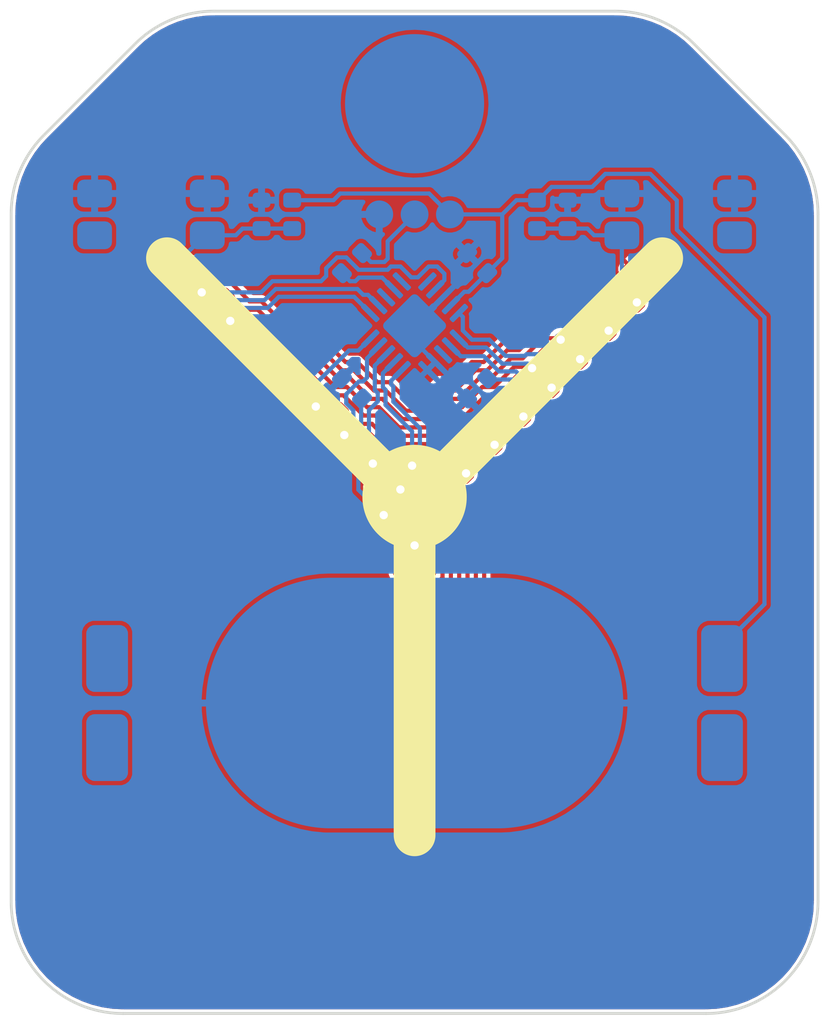
<source format=kicad_pcb>
(kicad_pcb (version 20211014) (generator pcbnew)
  (title_block (title "Flux Capacitor Micro") (date "2022-07-08") (rev "3.0B") (company "Curious Design Labs | Hojadurdy Durdygylyjov") (comment 1 "Micro version of Flux Capacitor from the movie Back to the Future") (comment 2 "CC BY-NC-SA 4.0"))
  (layers (0 "F.Cu" signal) (31 "B.Cu" signal) (34 "B.Paste" user) (35 "F.Paste" user) (36 "B.SilkS" user "B.Silkscreen") (37 "F.SilkS" user "F.Silkscreen") (38 "B.Mask" user) (39 "F.Mask" user) (44 "Edge.Cuts" user))
  (net 0 "")
  (net 1 "BATT")
  (net 2 "GND")
  (net 3 "BTN_PWR")
  (net 4 "BTN_SET")
  (net 5 "CLR")
  (net 6 "LED1")
  (net 7 "LED2")
  (net 8 "LED3")
  (net 9 "LED4")
  (net 10 "LED5")
  (net 11 "LED6")
  (net 12 "LED7")
  (net 13 "LED8")
  (net 14 "UPDI")
  (net 17 "Net-(U1-Pad19)")
  (net 18 "Net-(D1-Pad1)")
  (net 19 "LED9")
  (footprint "HDMod_LED_SMD:LED_0402_1005Metric" (layer "F.Cu") (at 158.75 93.4 -45)
    (fp_text reference "D36" hide)
    (fp_text value "TR6" hide)
  )
  (footprint "HDMod_LED_SMD:LED_0402_1005Metric" (layer "F.Cu") (at 153.675 94.425 45)
    (fp_text reference "D17" hide)
    (fp_text value "TL7" hide)
  )
  (footprint "HDMod_LED_SMD:LED_0402_1005Metric" (layer "F.Cu") (at 149.575 90.325 45)
    (fp_text reference "D13" hide)
    (fp_text value "TL3" hide)
  )
  (footprint "LOGO" (layer "F.Cu") (at 155.7 110.65 90)
    (fp_text reference "G***" hide)
    (fp_text value "LOGO" hide)
  )
  (footprint "HDMod_LED_SMD:LED_0402_1005Metric" (layer "F.Cu") (at 155.7 101.6)
    (fp_text reference "D25" hide)
    (fp_text value "BM5" hide)
  )
  (footprint "HDMod_LED_SMD:LED_0402_1005Metric" (layer "F.Cu") (at 157.725 94.425 -45)
    (fp_text reference "D37" hide)
    (fp_text value "TR7" hide)
  )
  (footprint "HDMod_LED_SMD:LED_0402_1005Metric" (layer "F.Cu") (at 155.7 96.175 90)
    (fp_text reference "D1" hide)
    (fp_text value "Flash" hide)
  )
  (footprint "HDMod_LED_SMD:LED_0402_1005Metric" (layer "F.Cu") (at 155.7 98.7)
    (fp_text reference "D27" hide)
    (fp_text value "BM7" hide)
  )
  (footprint "HDMod_LED_SMD:LED_0402_1005Metric" (layer "F.Cu") (at 155.7 107.4)
    (fp_text reference "D21" hide)
    (fp_text value "BM1" hide)
  )
  (footprint "LOGO" (layer "F.Cu") (at 145.225 85.975)
    (fp_text reference "G***" hide)
    (fp_text value "LOGO" hide)
  )
  (footprint "HDMod_LED_SMD:LED_0402_1005Metric" (layer "F.Cu") (at 152.65 93.4 45)
    (fp_text reference "D16" hide)
    (fp_text value "TL6" hide)
  )
  (footprint "HDMod_LED_SMD:LED_0402_1005Metric" (layer "F.Cu") (at 154.7 95.45 45)
    (fp_text reference "D18" hide)
    (fp_text value "TL8" hide)
  )
  (footprint "HDMod_LED_SMD:LED_0402_1005Metric" (layer "F.Cu") (at 147.525 88.275 45)
    (fp_text reference "D11" hide)
    (fp_text value "TL1" hide)
  )
  (footprint "HDMod_LED_SMD:LED_0402_1005Metric" (layer "F.Cu") (at 163.875 88.275 -45)
    (fp_text reference "D31" hide)
    (fp_text value "TR1" hide)
  )
  (footprint "HDMod_LED_SMD:LED_0402_1005Metric" (layer "F.Cu") (at 151.625 92.375 45)
    (fp_text reference "D15" hide)
    (fp_text value "TL5" hide)
  )
  (footprint "HDMod_LED_SMD:LED_0402_1005Metric" (layer "F.Cu") (at 155.7 104.5)
    (fp_text reference "D23" hide)
    (fp_text value "BM3" hide)
  )
  (footprint "HDMod_LED_SMD:LED_0402_1005Metric" (layer "F.Cu") (at 156.7 95.45 -45)
    (fp_text reference "D38" hide)
    (fp_text value "TR8" hide)
  )
  (footprint "HDMod_LED_SMD:LED_0402_1005Metric" (layer "F.Cu") (at 155.7 105.95)
    (fp_text reference "D22" hide)
    (fp_text value "BM2" hide)
  )
  (footprint "kibuzzard-63026A3F" (layer "F.Cu") (at 155.7 81.45)
    (fp_text reference "kibuzzard-63026A3F" hide)
    (fp_text value "G***" hide)
  )
  (footprint "HDMod_LED_SMD:LED_0402_1005Metric" (layer "F.Cu") (at 155.7 97.25)
    (fp_text reference "D28" hide)
    (fp_text value "BM8" hide)
  )
  (footprint "LOGO" (layer "F.Cu") (at 166.175 85.975)
    (fp_text reference "G***" hide)
    (fp_text value "LOGO" hide)
  )
  (footprint "HDMod_LED_SMD:LED_0402_1005Metric" (layer "F.Cu") (at 160.8 91.35 -45)
    (fp_text reference "D34" hide)
    (fp_text value "TR4" hide)
  )
  (footprint "svg2mod" (layer "F.Cu") (at 155.7 84.27)
    (fp_text reference "svg2mod" hide)
    (fp_text value "G***" hide)
  )
  (footprint "HDMod_LED_SMD:LED_0402_1005Metric" (layer "F.Cu") (at 161.825 90.325 -45)
    (fp_text reference "D33" hide)
    (fp_text value "TR3" hide)
  )
  (footprint "HDMod_LED_SMD:LED_0402_1005Metric" (layer "F.Cu") (at 159.775 92.375 -45)
    (fp_text reference "D35" hide)
    (fp_text value "TR5" hide)
  )
  (footprint "HDMod_LED_SMD:LED_0402_1005Metric" (layer "F.Cu") (at 150.6 91.35 45)
    (fp_text reference "D14" hide)
    (fp_text value "TL4" hide)
  )
  (footprint "HDMod_LED_SMD:LED_0402_1005Metric" (layer "F.Cu") (at 155.7 100.15)
    (fp_text reference "D26" hide)
    (fp_text value "BM6" hide)
  )
  (footprint "HDMod_LED_SMD:LED_0402_1005Metric" (layer "F.Cu") (at 148.55 89.3 45)
    (fp_text reference "D12" hide)
    (fp_text value "TL2" hide)
  )
  (footprint "HDMod_LED_SMD:LED_0402_1005Metric" (layer "F.Cu") (at 155.7 103.05)
    (fp_text reference "D24" hide)
    (fp_text value "BM4" hide)
  )
  (footprint "HDMod_LED_SMD:LED_0402_1005Metric" (layer "F.Cu") (at 162.85 89.3 -45)
    (fp_text reference "D32" hide)
    (fp_text value "TR2" hide)
  )
  (footprint "HDMod_Testing_and_Programming_PAD:PogoPad_1x03_P1.27mm" (layer "B.Cu") (at 155.7 85.975 180)
    (fp_text reference "J1" hide)
    (fp_text value "UPDI_PAD" hide)
  )
  (footprint "HDMod_Resistor_SMD:R_0402_1005Metric" (layer "B.Cu") (at 151.3 85.975 -90)
    (fp_text reference "R3" hide)
    (fp_text value "10K" hide)
  )
  (footprint "HDMod_Switch_SMD:K2-1809SN-D4DW-06" (layer "B.Cu") (at 165.175 85.975 180)
    (fp_text reference "SW1" hide)
    (fp_text value "On/Off")
  )
  (footprint "HDMod_Battery_Holder_SMD:MY-2016-02" (layer "B.Cu") (at 155.7 103.525 180)
    (fp_text reference "BT1")
    (fp_text value "CR2032")
  )
  (footprint "TestPoint:TestPoint_Pad_1.0x1.0mm" (layer "B.Cu") (at 155.7 82 180)
    (fp_text reference "REF**" hide)
    (fp_text value "TestPoint_Pad_1.0x1.0mm" hide)
  )
  (footprint "LOGO" (layer "B.Cu") (at 165.175 92.875 180)
    (fp_text reference "G***" hide)
    (fp_text value "LOGO" hide)
  )
  (footprint "HDMod_Resistor_SMD:R_0402_1005Metric" (layer "B.Cu") (at 153.45 92.225 135)
    (fp_text reference "R1" hide)
    (fp_text value "510" hide)
  )
  (footprint "HDMod_Resistor_SMD:R_0402_1005Metric" (layer "B.Cu") (at 160.1 85.975 -90)
    (fp_text reference "R2" hide)
    (fp_text value "10K" hide)
  )
  (footprint "HDMod_Switch_SMD:K2-1809SN-D4DW-06" (layer "B.Cu") (at 146.225 85.975 180)
    (fp_text reference "SW2" hide)
    (fp_text value "Set")
  )
  (footprint "HDMod_Resistor_SMD:R_0402_1005Metric" (layer "B.Cu") (at 157.95 92.225 -135)
    (fp_text reference "R4" hide)
    (fp_text value "510" hide)
  )
  (footprint "LOGO" (layer "B.Cu") (at 146.225 82.975 180)
    (fp_text reference "G***" hide)
    (fp_text value "LOGO" hide)
  )
  (footprint "LOGO" (layer "B.Cu") (at 165.175 82.975 180)
    (fp_text reference "G***" hide)
    (fp_text value "LOGO" hide)
  )
  (footprint "HDMod_Capacitor_SMD:C_0402_1005Metric" (layer "B.Cu") (at 161.2 85.975 90)
    (fp_text reference "C2" hide)
    (fp_text value "100nF" hide)
  )
  (footprint "HDMod_Resistor_SMD:R_0402_1005Metric" (layer "B.Cu") (at 153.45 87.725 45)
    (fp_text reference "R5" hide)
    (fp_text value "0" hide)
  )
  (footprint "HDMod_Capacitor_SMD:C_0402_1005Metric" (layer "B.Cu") (at 157.95 87.725 135)
    (fp_text reference "C1" hide)
    (fp_text value "100nF" hide)
  )
  (footprint "LOGO" (layer "B.Cu") (at 146.225 92.875 180)
    (fp_text reference "G***" hide)
    (fp_text value "LOGO" hide)
  )
  (footprint "HDMod_Capacitor_SMD:C_0402_1005Metric" (layer "B.Cu") (at 150.2 85.975 90)
    (fp_text reference "C3" hide)
    (fp_text value "100nF" hide)
  )
  (footprint "HDMod_Package_DFN_QFN:VQFN-20-1EP_3x3mm_P0.4mm_EP1.7x1.7mm" (layer "B.Cu") (at 155.7 89.975 -135)
    (fp_text reference "U1")
    (fp_text value "ATtiny1616-M" hide)
  )
  (gr_line (start 146.8 87.55) (end 154.7 95.45) (layer "F.SilkS") (width 1.5))
  (gr_line (start 164.6 87.55) (end 156.7 95.45) (layer "F.SilkS") (width 1.5))
  (gr_line (start 155.7 108.275) (end 155.7 97.25) (layer "F.SilkS") (width 1.5))
  (gr_circle (center 155.7 96.125) (end 157.5 96.125) (layer "F.SilkS") (width 0.15) (fill solid))
  (gr_line (start 166.175 114.675) (end 145.225 114.675) (layer "Edge.Cuts") (width 0.1))
  (gr_arc (start 162.9 78.675) (mid 164.440301 78.981385) (end 165.746105 79.853895) (layer "Edge.Cuts") (width 0.1))
  (gr_arc (start 141.2 85.975) (mid 141.506385 84.434699) (end 142.378895 83.128895) (layer "Edge.Cuts") (width 0.1))
  (gr_arc (start 145.653895 79.853895) (mid 146.959699 78.981385) (end 148.5 78.675) (layer "Edge.Cuts") (width 0.1))
  (gr_arc (start 169.021105 83.128895) (mid 169.893615 84.434699) (end 170.2 85.975) (layer "Edge.Cuts") (width 0.1))
  (gr_arc (start 170.2 110.65) (mid 169.021105 113.496105) (end 166.175 114.675) (layer "Edge.Cuts") (width 0.1))
  (gr_line (start 169.021105 83.128895) (end 165.746105 79.853895) (layer "Edge.Cuts") (width 0.1))
  (gr_line (start 141.2 110.65) (end 141.2 85.975) (layer "Edge.Cuts") (width 0.1))
  (gr_line (start 170.2 85.975) (end 170.2 110.65) (layer "Edge.Cuts") (width 0.1))
  (gr_line (start 148.5 78.675) (end 162.9 78.675) (layer "Edge.Cuts") (width 0.1))
  (gr_line (start 145.653895 79.853895) (end 142.378895 83.128895) (layer "Edge.Cuts") (width 0.1))
  (gr_arc (start 145.225 114.675) (mid 142.378895 113.496105) (end 141.2 110.65) (layer "Edge.Cuts") (width 0.1))
  (segment (start 160.1475 85.465) (end 160.6225 84.99) (width 0.15) (layer "B.Cu") (net 1))
  (segment (start 152.785 85.465) (end 153.025 85.225) (width 0.15) (layer "B.Cu") (net 1))
  (segment (start 159.36 85.465) (end 160.1475 85.465) (width 0.15) (layer "B.Cu") (net 1))
  (segment (start 168.275 99.975) (end 166.75 101.5) (width 0.15) (layer "B.Cu") (net 1))
  (segment (start 157.008148 89.232538) (end 157.485686 88.755) (width 0.15) (layer "B.Cu") (net 1))
  (segment (start 158.85 87.546248) (end 158.310624 88.085624) (width 0.15) (layer "B.Cu") (net 1))
  (segment (start 156.97 85.975) (end 158.85 85.975) (width 0.15) (layer "B.Cu") (net 1))
  (segment (start 157.485686 88.755) (end 157.641248 88.755) (width 0.15) (layer "B.Cu") (net 1))
  (segment (start 158.85 85.975) (end 159.36 85.465) (width 0.15) (layer "B.Cu") (net 1))
  (segment (start 157.641248 88.755) (end 158.310624 88.085624) (width 0.15) (layer "B.Cu") (net 1))
  (segment (start 168.275 89.675) (end 168.275 99.975) (width 0.15) (layer "B.Cu") (net 1))
  (segment (start 160.6225 84.99) (end 162.085 84.99) (width 0.15) (layer "B.Cu") (net 1))
  (segment (start 164.17 84.52) (end 165.125 85.475) (width 0.15) (layer "B.Cu") (net 1))
  (segment (start 162.555 84.52) (end 164.17 84.52) (width 0.15) (layer "B.Cu") (net 1))
  (segment (start 165.125 85.475) (end 165.125 86.525) (width 0.15) (layer "B.Cu") (net 1))
  (segment (start 165.125 86.525) (end 168.275 89.675) (width 0.15) (layer "B.Cu") (net 1))
  (segment (start 153.025 85.225) (end 156.22 85.225) (width 0.15) (layer "B.Cu") (net 1))
  (segment (start 156.22 85.225) (end 156.97 85.975) (width 0.15) (layer "B.Cu") (net 1))
  (segment (start 158.85 85.975) (end 158.85 87.546248) (width 0.15) (layer "B.Cu") (net 1))
  (segment (start 151.3 85.465) (end 152.785 85.465) (width 0.15) (layer "B.Cu") (net 1))
  (segment (start 166.75 101.5) (end 166.75 101.925) (width 0.15) (layer "B.Cu") (net 1))
  (segment (start 162.085 84.99) (end 162.555 84.52) (width 0.15) (layer "B.Cu") (net 1))
  (segment (start 155.7 90.540686) (end 155.7 89.975) (width 0.15) (layer "B.Cu") (net 2))
  (segment (start 156.442462 91.283148) (end 155.7 90.540686) (width 0.15) (layer "B.Cu") (net 2))
  (segment (start 160.132964 91.992) (end 163.15 88.974964) (width 0.15) (layer "B.Cu") (net 3))
  (segment (start 159.716964 91.992) (end 160.132964 91.992) (width 0.15) (layer "B.Cu") (net 3))
  (segment (start 161.2 86.485) (end 161.91 86.485) (width 0.15) (layer "B.Cu") (net 3))
  (segment (start 158.732999 91.615) (end 159.339964 91.615) (width 0.15) (layer "B.Cu") (net 3))
  (segment (start 157.36 91.069314) (end 158.187313 91.069314) (width 0.15) (layer "B.Cu") (net 3))
  (segment (start 161.91 86.485) (end 162.15 86.725) (width 0.15) (layer "B.Cu") (net 3))
  (segment (start 160.1 86.485) (end 161.2 86.485) (width 0.15) (layer "B.Cu") (net 3))
  (segment (start 157.008148 90.717462) (end 157.36 91.069314) (width 0.15) (layer "B.Cu") (net 3))
  (segment (start 162.15 86.725) (end 163.15 86.725) (width 0.15) (layer "B.Cu") (net 3))
  (segment (start 159.339964 91.615) (end 159.716964 91.992) (width 0.15) (layer "B.Cu") (net 3))
  (segment (start 163.15 88.974964) (end 163.15 86.725) (width 0.15) (layer "B.Cu") (net 3))
  (segment (start 158.187313 91.069314) (end 158.732999 91.615) (width 0.15) (layer "B.Cu") (net 3))
  (segment (start 154.391852 89.232538) (end 154.023314 88.864) (width 0.15) (layer "B.Cu") (net 4))
  (segment (start 148.470036 89.055) (end 148.255036 89.27) (width 0.15) (layer "B.Cu") (net 4))
  (segment (start 149.515 86.485) (end 150.2 86.485) (width 0.15) (layer "B.Cu") (net 4))
  (segment (start 154.023314 88.864) (end 153.853609 88.864) (width 0.15) (layer "B.Cu") (net 4))
  (segment (start 150.30598 89.055) (end 148.470036 89.055) (width 0.15) (layer "B.Cu") (net 4))
  (segment (start 149.275 86.725) (end 149.515 86.485) (width 0.15) (layer "B.Cu") (net 4))
  (segment (start 148.16 86.725) (end 148.25 86.725) (width 0.15) (layer "B.Cu") (net 4))
  (segment (start 153.644609 88.655) (end 150.70598 88.655) (width 0.15) (layer "B.Cu") (net 4))
  (segment (start 148.255036 89.27) (end 147.844964 89.27) (width 0.15) (layer "B.Cu") (net 4))
  (segment (start 153.853609 88.864) (end 153.644609 88.655) (width 0.15) (layer "B.Cu") (net 4))
  (segment (start 150.2 86.485) (end 151.3 86.485) (width 0.15) (layer "B.Cu") (net 4))
  (segment (start 147.555 88.980036) (end 147.555 87.33) (width 0.15) (layer "B.Cu") (net 4))
  (segment (start 147.555 87.33) (end 148.16 86.725) (width 0.15) (layer "B.Cu") (net 4))
  (segment (start 147.844964 89.27) (end 147.555 88.980036) (width 0.15) (layer "B.Cu") (net 4))
  (segment (start 148.25 86.725) (end 149.275 86.725) (width 0.15) (layer "B.Cu") (net 4))
  (segment (start 150.70598 88.655) (end 150.30598 89.055) (width 0.15) (layer "B.Cu") (net 4))
  (segment (start 161.485589 91.010589) (end 161.65 91.175) (width 0.15) (layer "F.Cu") (net 5))
  (segment (start 157.385589 94.085589) (end 158.410589 94.085589) (width 0.15) (layer "F.Cu") (net 5))
  (segment (start 158.410589 93.060589) (end 159.435589 93.060589) (width 0.15) (layer "F.Cu") (net 5))
  (segment (start 159.435589 92.035589) (end 160.460589 92.035589) (width 0.15) (layer "F.Cu") (net 5))
  (segment (start 159.435589 93.060589) (end 159.6 93.225) (width 0.15) (layer "F.Cu") (net 5))
  (segment (start 163.69 89.135) (end 163.515589 88.960589) (width 0.15) (layer "F.Cu") (net 5))
  (segment (start 157.385589 95.110589) (end 157.55 95.275) (width 0.15) (layer "F.Cu") (net 5))
  (segment (start 160.460589 91.010589) (end 161.485589 91.010589) (width 0.15) (layer "F.Cu") (net 5))
  (segment (start 161.485589 89.985589) (end 162.510589 89.985589) (width 0.15) (layer "F.Cu") (net 5))
  (segment (start 160.460589 92.035589) (end 160.625 92.2) (width 0.15) (layer "F.Cu") (net 5))
  (segment (start 158.410589 94.085589) (end 158.575 94.25) (width 0.15) (layer "F.Cu") (net 5))
  (segment (start 156.360589 95.110589) (end 157.385589 95.110589) (width 0.15) (layer "F.Cu") (net 5))
  (segment (start 162.510589 89.985589) (end 162.675 90.15) (width 0.15) (layer "F.Cu") (net 5))
  (segment (start 163.515589 88.960589) (end 162.510589 88.960589) (width 0.15) (layer "F.Cu") (net 5))
  (via (at 157.55 95.275) (size 0.5) (drill 0.3) (layers "F.Cu" "B.Cu") (net 5))
  (via (at 159.61 93.235) (size 0.5) (drill 0.3) (layers "F.Cu" "B.Cu") (net 5))
  (via (at 161.65 91.175) (size 0.5) (drill 0.3) (layers "F.Cu" "B.Cu") (net 5))
  (via (at 162.675 90.15) (size 0.5) (drill 0.3) (layers "F.Cu" "B.Cu") (net 5))
  (via (at 158.575 94.25) (size 0.5) (drill 0.3) (layers "F.Cu" "B.Cu") (net 5))
  (via (at 155.7 97.865) (size 0.5) (drill 0.3) (layers "F.Cu" "B.Cu") (net 5))
  (via (at 163.69 89.135) (size 0.5) (drill 0.3) (layers "F.Cu" "B.Cu") (net 5))
  (via (at 160.625 92.2) (size 0.5) (drill 0.3) (layers "F.Cu" "B.Cu") (net 5))
  (segment (start 160.625 91.895944) (end 160.625 92.2) (width 0.15) (layer "B.Cu") (net 5))
  (segment (start 158.351248 91.905) (end 159.233984 91.905) (width 0.15) (layer "B.Cu") (net 5))
  (segment (start 159.61 93.235) (end 157.57 95.275) (width 0.15) (layer "B.Cu") (net 5))
  (segment (start 157.57 95.275) (end 157.55 95.275) (width 0.15) (layer "B.Cu") (net 5))
  (segment (start 162.675 90.15) (end 162.370944 90.15) (width 0.15) (layer "B.Cu") (net 5))
  (segment (start 159.600984 92.272) (end 160.248944 92.272) (width 0.15) (layer "B.Cu") (net 5))
  (segment (start 161.65 91.175) (end 161.345944 91.175) (width 0.15) (layer "B.Cu") (net 5))
  (segment (start 161.345944 91.175) (end 160.625 91.895944) (width 0.15) (layer "B.Cu") (net 5))
  (segment (start 158.310624 91.864376) (end 158.351248 91.905) (width 0.15) (layer "B.Cu") (net 5))
  (segment (start 160.248944 92.596056) (end 160.248944 92.272) (width 0.15) (layer "B.Cu") (net 5))
  (segment (start 162.675 89.845944) (end 162.675 90.15) (width 0.15) (layer "B.Cu") (net 5))
  (segment (start 163.385944 89.135) (end 162.675 89.845944) (width 0.15) (layer "B.Cu") (net 5))
  (segment (start 160.248944 92.272) (end 160.320944 92.2) (width 0.15) (layer "B.Cu") (net 5))
  (segment (start 159.61 93.235) (end 160.248944 92.596056) (width 0.15) (layer "B.Cu") (net 5))
  (segment (start 162.370944 90.15) (end 161.65 90.870944) (width 0.15) (layer "B.Cu") (net 5))
  (segment (start 155.7 97.865) (end 155.7 97.125) (width 0.15) (layer "B.Cu") (net 5))
  (segment (start 161.65 90.870944) (end 161.65 91.175) (width 0.15) (layer "B.Cu") (net 5))
  (segment (start 163.69 89.135) (end 163.385944 89.135) (width 0.15) (layer "B.Cu") (net 5))
  (segment (start 155.7 97.125) (end 157.55 95.275) (width 0.15) (layer "B.Cu") (net 5))
  (segment (start 159.233984 91.905) (end 159.600984 92.272) (width 0.15) (layer "B.Cu") (net 5))
  (segment (start 160.320944 92.2) (end 160.625 92.2) (width 0.15) (layer "B.Cu") (net 5))
  (segment (start 147.864411 87.935589) (end 148.302759 88.373937) (width 0.15) (layer "F.Cu") (net 6))
  (segment (start 162.948937 88.373937) (end 163.055 88.48) (width 0.15) (layer "F.Cu") (net 6))
  (segment (start 159.861531 95.827005) (end 159.861531 96.250591) (width 0.15) (layer "F.Cu") (net 6))
  (segment (start 153.640807 91.275857) (end 154.366287 92.001337) (width 0.15) (layer "F.Cu") (net 6))
  (segment (start 157.9026 99.94033) (end 157.9026 100.966744) (width 0.15) (layer "F.Cu") (net 6))
  (segment (start 162.763451 91.658721) (end 162.037971 92.384201) (width 0.15) (layer "F.Cu") (net 6))
  (segment (start 148.302759 88.522241) (end 148.05 88.775) (width 0.15) (layer "F.Cu") (net 6))
  (segment (start 162.037971 92.807787) (end 161.312491 93.533267) (width 0.15) (layer "F.Cu") (net 6))
  (segment (start 150.193609 89.099417) (end 150.919089 89.824897) (width 0.15) (layer "F.Cu") (net 6))
  (segment (start 158.50164 98.314876) (end 158.20212 98.614396) (width 0.15) (layer "F.Cu") (net 6))
  (segment (start 162.763451 91.235135) (end 162.763451 91.658721) (width 0.15) (layer "F.Cu") (net 6))
  (segment (start 158.182781 91.275857) (end 158.908262 90.550377) (width 0.15) (layer "F.Cu") (net 6))
  (segment (start 160.587011 94.682333) (end 160.587011 95.101525) (width 0.15) (layer "F.Cu") (net 6))
  (segment (start 158.908262 90.550377) (end 159.331846 90.550377) (width 0.15) (layer "F.Cu") (net 6))
  (segment (start 161.206392 89.099417) (end 161.629977 89.099417) (width 0.15) (layer "F.Cu") (net 6))
  (segment (start 157.30356 103.618612) (end 157.00404 103.918132) (width 0.15) (layer "F.Cu") (net 6))
  (segment (start 164.214411 89.360589) (end 163.488931 90.086069) (width 0.15) (layer "F.Cu") (net 6))
  (segment (start 161.312491 93.956853) (end 160.587011 94.682333) (width 0.15) (layer "F.Cu") (net 6))
  (segment (start 160.480911 89.824897) (end 161.206392 89.099417) (width 0.15) (layer "F.Cu") (net 6))
  (segment (start 156.70452 106.27048) (end 156.18 106.795) (width 0.15) (layer "F.Cu") (net 6))
  (segment (start 162.355457 88.373937) (end 162.948937 88.373937) (width 0.15) (layer "F.Cu") (net 6))
  (segment (start 163.488931 90.086069) (end 163.488931 90.509655) (width 0.15) (layer "F.Cu") (net 6))
  (segment (start 155.515353 92.726817) (end 155.884651 92.726817) (width 0.15) (layer "F.Cu") (net 6))
  (segment (start 157.30356 102.592198) (end 157.30356 103.618612) (width 0.15) (layer "F.Cu") (net 6))
  (segment (start 158.20212 99.64081) (end 157.9026 99.94033) (width 0.15) (layer "F.Cu") (net 6))
  (segment (start 156.70452 105.244066) (end 156.70452 106.27048) (width 0.15) (layer "F.Cu") (net 6))
  (segment (start 163.055 88.48) (end 163.189411 88.614411) (width 0.15) (layer "F.Cu") (net 6))
  (segment (start 159.331846 90.550377) (end 160.057327 89.824897) (width 0.15) (layer "F.Cu") (net 6))
  (segment (start 156.18 106.795) (end 156.18 107.4) (width 0.15) (layer "F.Cu") (net 6))
  (segment (start 157.00404 103.918132) (end 157.00404 104.944546) (width 0.15) (layer "F.Cu") (net 6))
  (segment (start 160.587011 95.101525) (end 159.861531 95.827005) (width 0.15) (layer "F.Cu") (net 6))
  (segment (start 157.60308 101.266264) (end 157.60308 102.292678) (width 0.15) (layer "F.Cu") (net 6))
  (segment (start 148.302759 88.373937) (end 148.302759 88.522241) (width 0.15) (layer "F.Cu") (net 6))
  (segment (start 157.60308 102.292678) (end 157.30356 102.592198) (width 0.15) (layer "F.Cu") (net 6))
  (segment (start 163.488931 90.509655) (end 162.763451 91.235135) (width 0.15) (layer "F.Cu") (net 6))
  (segment (start 157.033716 92.001337) (end 157.759197 91.275857) (width 0.15) (layer "F.Cu") (net 6))
  (segment (start 161.312491 93.533267) (end 161.312491 93.956853) (width 0.15) (layer "F.Cu") (net 6))
  (segment (start 164.214411 88.614411) (end 164.214411 89.360589) (width 0.15) (layer "F.Cu") (net 6))
  (segment (start 150.919089 89.824897) (end 151.342675 89.824897) (width 0.15) (layer "F.Cu") (net 6))
  (segment (start 157.9026 100.966744) (end 157.60308 101.266264) (width 0.15) (layer "F.Cu") (net 6))
  (segment (start 154.366287 92.001337) (end 154.789873 92.001337) (width 0.15) (layer "F.Cu") (net 6))
  (segment (start 158.50164 97.610482) (end 158.50164 98.314876) (width 0.15) (layer "F.Cu") (net 6))
  (segment (start 159.861531 96.250591) (end 158.50164 97.610482) (width 0.15) (layer "F.Cu") (net 6))
  (segment (start 154.789873 92.001337) (end 155.515353 92.726817) (width 0.15) (layer "F.Cu") (net 6))
  (segment (start 158.20212 98.614396) (end 158.20212 99.64081) (width 0.15) (layer "F.Cu") (net 6))
  (segment (start 152.491741 90.550377) (end 153.217221 91.275857) (width 0.15) (layer "F.Cu") (net 6))
  (segment (start 149.044543 88.373937) (end 149.770023 89.099417) (width 0.15) (layer "F.Cu") (net 6))
  (segment (start 162.037971 92.384201) (end 162.037971 92.807787) (width 0.15) (layer "F.Cu") (net 6))
  (segment (start 157.759197 91.275857) (end 158.182781 91.275857) (width 0.15) (layer "F.Cu") (net 6))
  (segment (start 151.342675 89.824897) (end 152.068155 90.550377) (width 0.15) (layer "F.Cu") (net 6))
  (segment (start 155.884651 92.726817) (end 156.610132 92.001337) (width 0.15) (layer "F.Cu") (net 6))
  (segment (start 163.189411 88.614411) (end 164.214411 88.614411) (width 0.15) (layer "F.Cu") (net 6))
  (segment (start 160.057327 89.824897) (end 160.480911 89.824897) (width 0.15) (layer "F.Cu") (net 6))
  (segment (start 156.610132 92.001337) (end 157.033716 92.001337) (width 0.15) (layer "F.Cu") (net 6))
  (segment (start 149.770023 89.099417) (end 150.193609 89.099417) (width 0.15) (layer "F.Cu") (net 6))
  (segment (start 148.302759 88.373937) (end 149.044543 88.373937) (width 0.15) (layer "F.Cu") (net 6))
  (segment (start 153.217221 91.275857) (end 153.640807 91.275857) (width 0.15) (layer "F.Cu") (net 6))
  (segment (start 157.00404 104.944546) (end 156.70452 105.244066) (width 0.15) (layer "F.Cu") (net 6))
  (segment (start 152.068155 90.550377) (end 152.491741 90.550377) (width 0.15) (layer "F.Cu") (net 6))
  (segment (start 161.629977 89.099417) (end 162.355457 88.373937) (width 0.15) (layer "F.Cu") (net 6))
  (via (at 148.05 88.775) (size 0.5) (drill 0.3) (layers "F.Cu" "B.Cu") (net 6))
  (segment (start 150.19 88.775) (end 148.05 88.775) (width 0.15) (layer "B.Cu") (net 6))
  (segment (start 150.59 88.375) (end 150.19 88.775) (width 0.15) (layer "B.Cu") (net 6))
  (segment (start 155.191168 87.846168) (end 154.848832 87.846168) (width 0.15) (layer "B.Cu") (net 6))
  (segment (start 156.442462 88.666852) (end 156.77 88.339314) (width 0.15) (layer "B.Cu") (net 6))
  (segment (start 153.24435 87.51935) (end 152.913189 87.51935) (width 0.15) (layer "B.Cu") (net 6))
  (segment (start 153.69 87.965) (end 153.24435 87.51935) (width 0.15) (layer "B.Cu") (net 6))
  (segment (start 152.339203 88.375) (end 150.59 88.375) (width 0.15) (layer "B.Cu") (net 6))
  (segment (start 154.848832 87.846168) (end 154.73 87.965) (width 0.15) (layer "B.Cu") (net 6))
  (segment (start 156.511168 87.846168) (end 156.208832 87.846168) (width 0.15) (layer "B.Cu") (net 6))
  (segment (start 152.523102 87.909437) (end 152.523102 88.191101) (width 0.15) (layer "B.Cu") (net 6))
  (segment (start 155.58 88.235) (end 155.191168 87.846168) (width 0.15) (layer "B.Cu") (net 6))
  (segment (start 156.208832 87.846168) (end 155.82 88.235) (width 0.15) (layer "B.Cu") (net 6))
  (segment (start 154.73 87.965) (end 153.69 87.965) (width 0.15) (layer "B.Cu") (net 6))
  (segment (start 156.77 88.339314) (end 156.77 88.105) (width 0.15) (layer "B.Cu") (net 6))
  (segment (start 152.913189 87.51935) (end 152.523102 87.909437) (width 0.15) (layer "B.Cu") (net 6))
  (segment (start 156.77 88.105) (end 156.511168 87.846168) (width 0.15) (layer "B.Cu") (net 6))
  (segment (start 155.82 88.235) (end 155.58 88.235) (width 0.15) (layer "B.Cu") (net 6))
  (segment (start 152.523102 88.191101) (end 152.339203 88.375) (width 0.15) (layer "B.Cu") (net 6))
  (segment (start 150.069543 89.398937) (end 150.795023 90.124417) (width 0.15) (layer "F.Cu") (net 7))
  (segment (start 163.189411 89.639411) (end 163.189411 90.385589) (width 0.15) (layer "F.Cu") (net 7))
  (segment (start 153.093155 91.575377) (end 153.516741 91.575377) (width 0.15) (layer "F.Cu") (net 7))
  (segment (start 161.923937 89.398937) (end 162.164411 89.639411) (width 0.15) (layer "F.Cu") (net 7))
  (segment (start 157.00404 102.468132) (end 157.00404 103.494546) (width 0.15) (layer "F.Cu") (net 7))
  (segment (start 158.306846 91.575377) (end 159.032327 90.849897) (width 0.15) (layer "F.Cu") (net 7))
  (segment (start 157.60308 99.816264) (end 157.60308 100.842678) (width 0.15) (layer "F.Cu") (net 7))
  (segment (start 162.751063 90.819543) (end 162.463931 91.106675) (width 0.15) (layer "F.Cu") (net 7))
  (segment (start 161.330457 89.398937) (end 161.923937 89.398937) (width 0.15) (layer "F.Cu") (net 7))
  (segment (start 148.889411 88.960589) (end 149.327759 89.398937) (width 0.15) (layer "F.Cu") (net 7))
  (segment (start 160.287491 94.977459) (end 159.562011 95.702939) (width 0.15) (layer "F.Cu") (net 7))
  (segment (start 152.367675 90.849897) (end 153.093155 91.575377) (width 0.15) (layer "F.Cu") (net 7))
  (segment (start 158.20212 97.486416) (end 158.20212 98.19081) (width 0.15) (layer "F.Cu") (net 7))
  (segment (start 163.189411 90.385589) (end 162.755457 90.819543) (width 0.15) (layer "F.Cu") (net 7))
  (segment (start 156.70452 104.82048) (end 156.18 105.345) (width 0.15) (layer "F.Cu") (net 7))
  (segment (start 157.157781 92.300857) (end 157.883262 91.575377) (width 0.15) (layer "F.Cu") (net 7))
  (segment (start 162.164411 89.639411) (end 163.189411 89.639411) (width 0.15) (layer "F.Cu") (net 7))
  (segment (start 156.008716 93.026337) (end 156.734197 92.300857) (width 0.15) (layer "F.Cu") (net 7))
  (segment (start 157.60308 100.842678) (end 157.30356 101.142198) (width 0.15) (layer "F.Cu") (net 7))
  (segment (start 158.20212 98.19081) (end 157.9026 98.49033) (width 0.15) (layer "F.Cu") (net 7))
  (segment (start 160.181392 90.124417) (end 160.604977 90.124417) (width 0.15) (layer "F.Cu") (net 7))
  (segment (start 159.455911 90.849897) (end 160.181392 90.124417) (width 0.15) (layer "F.Cu") (net 7))
  (segment (start 159.032327 90.849897) (end 159.455911 90.849897) (width 0.15) (layer "F.Cu") (net 7))
  (segment (start 156.70452 103.794066) (end 156.70452 104.82048) (width 0.15) (layer "F.Cu") (net 7))
  (segment (start 157.00404 103.494546) (end 156.70452 103.794066) (width 0.15) (layer "F.Cu") (net 7))
  (segment (start 157.883262 91.575377) (end 158.306846 91.575377) (width 0.15) (layer "F.Cu") (net 7))
  (segment (start 161.738451 92.260135) (end 161.738451 92.683721) (width 0.15) (layer "F.Cu") (net 7))
  (segment (start 156.18 105.345) (end 156.18 105.95) (width 0.15) (layer "F.Cu") (net 7))
  (segment (start 149.327759 89.547241) (end 149.075 89.8) (width 0.15) (layer "F.Cu") (net 7))
  (segment (start 162.463931 91.106675) (end 162.463931 91.534655) (width 0.15) (layer "F.Cu") (net 7))
  (segment (start 157.30356 102.168612) (end 157.00404 102.468132) (width 0.15) (layer "F.Cu") (net 7))
  (segment (start 162.755457 90.819543) (end 162.751063 90.819543) (width 0.15) (layer "F.Cu") (net 7))
  (segment (start 155.391287 93.026337) (end 156.008716 93.026337) (width 0.15) (layer "F.Cu") (net 7))
  (segment (start 154.665807 92.300857) (end 155.391287 93.026337) (width 0.15) (layer "F.Cu") (net 7))
  (segment (start 157.9026 99.516744) (end 157.60308 99.816264) (width 0.15) (layer "F.Cu") (net 7))
  (segment (start 153.516741 91.575377) (end 154.242221 92.300857) (width 0.15) (layer "F.Cu") (net 7))
  (segment (start 150.795023 90.124417) (end 151.218609 90.124417) (width 0.15) (layer "F.Cu") (net 7))
  (segment (start 157.9026 98.49033) (end 157.9026 99.516744) (width 0.15) (layer "F.Cu") (net 7))
  (segment (start 151.944089 90.849897) (end 152.367675 90.849897) (width 0.15) (layer "F.Cu") (net 7))
  (segment (start 161.012971 93.409201) (end 161.012971 93.832787) (width 0.15) (layer "F.Cu") (net 7))
  (segment (start 160.604977 90.124417) (end 161.330457 89.398937) (width 0.15) (layer "F.Cu") (net 7))
  (segment (start 157.30356 101.142198) (end 157.30356 102.168612) (width 0.15) (layer "F.Cu") (net 7))
  (segment (start 160.287491 94.558267) (end 160.287491 94.977459) (width 0.15) (layer "F.Cu") (net 7))
  (segment (start 149.327759 89.398937) (end 150.069543 89.398937) (width 0.15) (layer "F.Cu") (net 7))
  (segment (start 151.218609 90.124417) (end 151.944089 90.849897) (width 0.15) (layer "F.Cu") (net 7))
  (segment (start 161.738451 92.683721) (end 161.012971 93.409201) (width 0.15) (layer "F.Cu") (net 7))
  (segment (start 159.562011 95.702939) (end 159.562011 96.126525) (width 0.15) (layer "F.Cu") (net 7))
  (segment (start 156.734197 92.300857) (end 157.157781 92.300857) (width 0.15) (layer "F.Cu") (net 7))
  (segment (start 154.242221 92.300857) (end 154.665807 92.300857) (width 0.15) (layer "F.Cu") (net 7))
  (segment (start 161.012971 93.832787) (end 160.287491 94.558267) (width 0.15) (layer "F.Cu") (net 7))
  (segment (start 162.463931 91.534655) (end 161.738451 92.260135) (width 0.15) (layer "F.Cu") (net 7))
  (segment (start 159.562011 96.126525) (end 158.20212 97.486416) (width 0.15) (layer "F.Cu") (net 7))
  (segment (start 149.327759 89.398937) (end 149.327759 89.547241) (width 0.15) (layer "F.Cu") (net 7))
  (via (at 149.075 89.8) (size 0.5) (drill 0.3) (layers "F.Cu" "B.Cu") (net 7))
  (segment (start 149.075 89.8) (end 149.54 89.335) (width 0.15) (layer "B.Cu") (net 7))
  (segment (start 150.42196 89.335) (end 150.82196 88.935) (width 0.15) (layer "B.Cu") (net 7))
  (segment (start 149.54 89.335) (end 150.42196 89.335) (width 0.15) (layer "B.Cu") (net 7))
  (segment (start 153.528629 88.935) (end 154.10901 89.515381) (width 0.15) (layer "B.Cu") (net 7))
  (segment (start 150.82196 88.935) (end 153.528629 88.935) (width 0.15) (layer "B.Cu") (net 7))
  (segment (start 160.713451 93.708721) (end 159.987971 94.434201) (width 0.15) (layer "F.Cu") (net 8))
  (segment (start 159.262491 95.578873) (end 159.262491 96.002459) (width 0.15) (layer "F.Cu") (net 8))
  (segment (start 152.969089 91.874897) (end 153.392675 91.874897) (width 0.15) (layer "F.Cu") (net 8))
  (segment (start 157.281846 92.600377) (end 158.007327 91.874897) (width 0.15) (layer "F.Cu") (net 8))
  (segment (start 159.987971 94.434201) (end 159.987971 94.853393) (width 0.15) (layer "F.Cu") (net 8))
  (segment (start 156.70452 103.37048) (end 156.18 103.895) (width 0.15) (layer "F.Cu") (net 8))
  (segment (start 157.9026 97.36235) (end 157.9026 98.066744) (width 0.15) (layer "F.Cu") (net 8))
  (segment (start 160.713451 93.285135) (end 160.713451 93.708721) (width 0.15) (layer "F.Cu") (net 8))
  (segment (start 156.18 103.895) (end 156.18 104.5) (width 0.15) (layer "F.Cu") (net 8))
  (segment (start 150.352759 90.423937) (end 151.094543 90.423937) (width 0.15) (layer "F.Cu") (net 8))
  (segment (start 157.30356 99.692198) (end 157.30356 100.718612) (width 0.15) (layer "F.Cu") (net 8))
  (segment (start 156.132781 93.325857) (end 156.858262 92.600377) (width 0.15) (layer "F.Cu") (net 8))
  (segment (start 157.60308 98.366264) (end 157.60308 99.392678) (width 0.15) (layer "F.Cu") (net 8))
  (segment (start 159.987971 94.853393) (end 159.262491 95.578873) (width 0.15) (layer "F.Cu") (net 8))
  (segment (start 156.70452 102.344066) (end 156.70452 103.37048) (width 0.15) (layer "F.Cu") (net 8))
  (segment (start 154.541741 92.600377) (end 155.267221 93.325857) (width 0.15) (layer "F.Cu") (net 8))
  (segment (start 157.00404 102.044546) (end 156.70452 102.344066) (width 0.15) (layer "F.Cu") (net 8))
  (segment (start 149.914411 89.985589) (end 150.352759 90.423937) (width 0.15) (layer "F.Cu") (net 8))
  (segment (start 155.267221 93.325857) (end 156.132781 93.325857) (width 0.15) (layer "F.Cu") (net 8))
  (segment (start 159.579977 91.149417) (end 160.305457 90.423937) (width 0.15) (layer "F.Cu") (net 8))
  (segment (start 159.262491 96.002459) (end 157.9026 97.36235) (width 0.15) (layer "F.Cu") (net 8))
  (segment (start 162.164411 91.410589) (end 161.438931 92.136069) (width 0.15) (layer "F.Cu") (net 8))
  (segment (start 159.156392 91.149417) (end 159.579977 91.149417) (width 0.15) (layer "F.Cu") (net 8))
  (segment (start 157.9026 98.066744) (end 157.60308 98.366264) (width 0.15) (layer "F.Cu") (net 8))
  (segment (start 161.438931 92.559655) (end 160.713451 93.285135) (width 0.15) (layer "F.Cu") (net 8))
  (segment (start 157.00404 101.018132) (end 157.00404 102.044546) (width 0.15) (layer "F.Cu") (net 8))
  (segment (start 151.820023 91.149417) (end 152.243609 91.149417) (width 0.15) (layer "F.Cu") (net 8))
  (segment (start 162.164411 90.664411) (end 162.164411 91.410589) (width 0.15) (layer "F.Cu") (net 8))
  (segment (start 160.898937 90.423937) (end 160.95 90.475) (width 0.15) (layer "F.Cu") (net 8))
  (segment (start 152.243609 91.149417) (end 152.969089 91.874897) (width 0.15) (layer "F.Cu") (net 8))
  (segment (start 156.858262 92.600377) (end 157.281846 92.600377) (width 0.15) (layer "F.Cu") (net 8))
  (segment (start 161.438931 92.136069) (end 161.438931 92.559655) (width 0.15) (layer "F.Cu") (net 8))
  (segment (start 158.430911 91.874897) (end 159.156392 91.149417) (width 0.15) (layer "F.Cu") (net 8))
  (segment (start 157.30356 100.718612) (end 157.00404 101.018132) (width 0.15) (layer "F.Cu") (net 8))
  (segment (start 154.118155 92.600377) (end 154.541741 92.600377) (width 0.15) (layer "F.Cu") (net 8))
  (segment (start 160.95 90.475) (end 161.139411 90.664411) (width 0.15) (layer "F.Cu") (net 8))
  (segment (start 158.007327 91.874897) (end 158.430911 91.874897) (width 0.15) (layer "F.Cu") (net 8))
  (segment (start 157.60308 99.392678) (end 157.30356 99.692198) (width 0.15) (layer "F.Cu") (net 8))
  (segment (start 160.305457 90.423937) (end 160.898937 90.423937) (width 0.15) (layer "F.Cu") (net 8))
  (segment (start 151.094543 90.423937) (end 151.820023 91.149417) (width 0.15) (layer "F.Cu") (net 8))
  (segment (start 153.392675 91.874897) (end 154.118155 92.600377) (width 0.15) (layer "F.Cu") (net 8))
  (segment (start 161.139411 90.664411) (end 162.164411 90.664411) (width 0.15) (layer "F.Cu") (net 8))
  (via (at 160.95 90.475) (size 0.5) (drill 0.3) (layers "F.Cu" "B.Cu") (net 8))
  (segment (start 157.434 89.658391) (end 157.434 90.146294) (width 0.15) (layer "B.Cu") (net 8))
  (segment (start 157.29099 89.515381) (end 157.434 89.658391) (width 0.15) (layer "B.Cu") (net 8))
  (segment (start 157.434 90.146294) (end 157.762706 90.475) (width 0.15) (layer "B.Cu") (net 8))
  (segment (start 160.95 90.778984) (end 160.95 90.475) (width 0.15) (layer "B.Cu") (net 8))
  (segment (start 158.384959 90.475) (end 158.964959 91.055) (width 0.15) (layer "B.Cu") (net 8))
  (segment (start 158.964959 91.055) (end 159.663964 91.055) (width 0.15) (layer "B.Cu") (net 8))
  (segment (start 159.663964 91.055) (end 159.723964 90.995) (width 0.15) (layer "B.Cu") (net 8))
  (segment (start 160.733984 90.995) (end 160.95 90.778984) (width 0.15) (layer "B.Cu") (net 8))
  (segment (start 157.762706 90.475) (end 158.384959 90.475) (width 0.15) (layer "B.Cu") (net 8))
  (segment (start 159.723964 90.995) (end 160.733984 90.995) (width 0.15) (layer "B.Cu") (net 8))
  (segment (start 152.119543 91.448937) (end 152.845023 92.174417) (width 0.15) (layer "F.Cu") (net 9))
  (segment (start 152.845023 92.174417) (end 153.268609 92.174417) (width 0.15) (layer "F.Cu") (net 9))
  (segment (start 155.143155 93.625377) (end 156.256846 93.625377) (width 0.15) (layer "F.Cu") (net 9))
  (segment (start 158.554977 92.174417) (end 159.280457 91.448937) (width 0.15) (layer "F.Cu") (net 9))
  (segment (start 153.994089 92.899897) (end 154.417675 92.899897) (width 0.15) (layer "F.Cu") (net 9))
  (segment (start 156.982327 92.899897) (end 157.405911 92.899897) (width 0.15) (layer "F.Cu") (net 9))
  (segment (start 157.00404 99.568132) (end 157.00404 100.594546) (width 0.15) (layer "F.Cu") (net 9))
  (segment (start 157.405911 92.899897) (end 158.131392 92.174417) (width 0.15) (layer "F.Cu") (net 9))
  (segment (start 157.30356 98.242198) (end 157.30356 99.268612) (width 0.15) (layer "F.Cu") (net 9))
  (segment (start 159.873937 91.448937) (end 159.9335 91.5085) (width 0.15) (layer "F.Cu") (net 9))
  (segment (start 160.114411 91.689411) (end 161.139411 91.689411) (width 0.15) (layer "F.Cu") (net 9))
  (segment (start 159.9335 91.5085) (end 160.114411 91.689411) (width 0.15) (layer "F.Cu") (net 9))
  (segment (start 157.00404 100.594546) (end 156.70452 100.894066) (width 0.15) (layer "F.Cu") (net 9))
  (segment (start 156.256846 93.625377) (end 156.982327 92.899897) (width 0.15) (layer "F.Cu") (net 9))
  (segment (start 151.377759 91.448937) (end 152.119543 91.448937) (width 0.15) (layer "F.Cu") (net 9))
  (segment (start 161.139411 91.689411) (end 161.139411 92.435589) (width 0.15) (layer "F.Cu") (net 9))
  (segment (start 161.139411 92.435589) (end 160.413931 93.161069) (width 0.15) (layer "F.Cu") (net 9))
  (segment (start 160.413931 93.161069) (end 160.413931 93.584655) (width 0.15) (layer "F.Cu") (net 9))
  (segment (start 150.939411 91.010589) (end 151.377759 91.448937) (width 0.15) (layer "F.Cu") (net 9))
  (segment (start 158.962971 95.454807) (end 158.962971 95.878393) (width 0.15) (layer "F.Cu") (net 9))
  (segment (start 160.413931 93.584655) (end 159.688451 94.310135) (width 0.15) (layer "F.Cu") (net 9))
  (segment (start 158.962971 95.878393) (end 157.60308 97.238284) (width 0.15) (layer "F.Cu") (net 9))
  (segment (start 158.131392 92.174417) (end 158.554977 92.174417) (width 0.15) (layer "F.Cu") (net 9))
  (segment (start 156.70452 100.894066) (end 156.70452 101.92048) (width 0.15) (layer "F.Cu") (net 9))
  (segment (start 159.688451 94.310135) (end 159.688451 94.729327) (width 0.15) (layer "F.Cu") (net 9))
  (segment (start 156.18 102.445) (end 156.18 103.05) (width 0.15) (layer "F.Cu") (net 9))
  (segment (start 157.60308 97.942678) (end 157.30356 98.242198) (width 0.15) (layer "F.Cu") (net 9))
  (segment (start 159.280457 91.448937) (end 159.873937 91.448937) (width 0.15) (layer "F.Cu") (net 9))
  (segment (start 154.417675 92.899897) (end 155.143155 93.625377) (width 0.15) (layer "F.Cu") (net 9))
  (segment (start 159.688451 94.729327) (end 158.962971 95.454807) (width 0.15) (layer "F.Cu") (net 9))
  (segment (start 157.30356 99.268612) (end 157.00404 99.568132) (width 0.15) (layer "F.Cu") (net 9))
  (segment (start 157.60308 97.238284) (end 157.60308 97.942678) (width 0.15) (layer "F.Cu") (net 9))
  (segment (start 153.268609 92.174417) (end 153.994089 92.899897) (width 0.15) (layer "F.Cu") (net 9))
  (segment (start 156.70452 101.92048) (end 156.18 102.445) (width 0.15) (layer "F.Cu") (net 9))
  (via (at 159.922 91.497) (size 0.5) (drill 0.3) (layers "F.Cu" "B.Cu") (net 9))
  (segment (start 159.76 91.335) (end 159.922 91.497) (width 0.15) (layer "B.Cu") (net 9))
  (segment (start 157.29099 90.434619) (end 157.611371 90.755) (width 0.15) (layer "B.Cu") (net 9))
  (segment (start 158.268979 90.755) (end 158.848979 91.335) (width 0.15) (layer "B.Cu") (net 9))
  (segment (start 158.848979 91.335) (end 159.76 91.335) (width 0.15) (layer "B.Cu") (net 9))
  (segment (start 157.611371 90.755) (end 158.268979 90.755) (width 0.15) (layer "B.Cu") (net 9))
  (segment (start 157.30356 97.114218) (end 157.30356 97.818612) (width 0.15) (layer "F.Cu") (net 10))
  (segment (start 153.870023 93.199417) (end 154.293609 93.199417) (width 0.15) (layer "F.Cu") (net 10))
  (segment (start 158.255457 92.473937) (end 158.848937 92.473937) (width 0.15) (layer "F.Cu") (net 10))
  (segment (start 154.293609 93.199417) (end 155.019089 93.924897) (width 0.15) (layer "F.Cu") (net 10))
  (segment (start 156.18 100.995) (end 156.18 101.6) (width 0.15) (layer "F.Cu") (net 10))
  (segment (start 156.70452 100.47048) (end 156.18 100.995) (width 0.15) (layer "F.Cu") (net 10))
  (segment (start 158.915 92.54) (end 159.089411 92.714411) (width 0.15) (layer "F.Cu") (net 10))
  (segment (start 157.30356 97.818612) (end 157.00404 98.118132) (width 0.15) (layer "F.Cu") (net 10))
  (segment (start 155.019089 93.924897) (end 156.380911 93.924897) (width 0.15) (layer "F.Cu") (net 10))
  (segment (start 152.402759 92.473937) (end 152.402759 92.622241) (width 0.15) (layer "F.Cu") (net 10))
  (segment (start 158.848937 92.473937) (end 158.915 92.54) (width 0.15) (layer "F.Cu") (net 10))
  (segment (start 157.106392 93.199417) (end 157.529977 93.199417) (width 0.15) (layer "F.Cu") (net 10))
  (segment (start 156.380911 93.924897) (end 157.106392 93.199417) (width 0.15) (layer "F.Cu") (net 10))
  (segment (start 153.144543 92.473937) (end 153.870023 93.199417) (width 0.15) (layer "F.Cu") (net 10))
  (segment (start 152.402759 92.622241) (end 152.15 92.875) (width 0.15) (layer "F.Cu") (net 10))
  (segment (start 152.402759 92.473937) (end 153.144543 92.473937) (width 0.15) (layer "F.Cu") (net 10))
  (segment (start 156.70452 99.444066) (end 156.70452 100.47048) (width 0.15) (layer "F.Cu") (net 10))
  (segment (start 158.663451 95.330741) (end 158.663451 95.754327) (width 0.15) (layer "F.Cu") (net 10))
  (segment (start 159.388931 94.186069) (end 159.388931 94.605261) (width 0.15) (layer "F.Cu") (net 10))
  (segment (start 158.663451 95.754327) (end 157.30356 97.114218) (width 0.15) (layer "F.Cu") (net 10))
  (segment (start 159.388931 94.605261) (end 158.663451 95.330741) (width 0.15) (layer "F.Cu") (net 10))
  (segment (start 160.114411 92.714411) (end 160.114411 93.460589) (width 0.15) (layer "F.Cu") (net 10))
  (segment (start 157.00404 99.144546) (end 156.70452 99.444066) (width 0.15) (layer "F.Cu") (net 10))
  (segment (start 157.529977 93.199417) (end 158.255457 92.473937) (width 0.15) (layer "F.Cu") (net 10))
  (segment (start 159.089411 92.714411) (end 160.114411 92.714411) (width 0.15) (layer "F.Cu") (net 10))
  (segment (start 160.114411 93.460589) (end 159.388931 94.186069) (width 0.15) (layer "F.Cu") (net 10))
  (segment (start 151.964411 92.035589) (end 152.402759 92.473937) (width 0.15) (layer "F.Cu") (net 10))
  (segment (start 157.00404 98.118132) (end 157.00404 99.144546) (width 0.15) (layer "F.Cu") (net 10))
  (via (at 152.15 92.875) (size 0.5) (drill 0.3) (layers "F.Cu" "B.Cu") (net 10))
  (segment (start 152.15 92.055) (end 153.34 90.865) (width 0.15) (layer "B.Cu") (net 10))
  (segment (start 153.678629 90.865) (end 154.10901 90.434619) (width 0.15) (layer "B.Cu") (net 10))
  (segment (start 153.34 90.865) (end 153.678629 90.865) (width 0.15) (layer "B.Cu") (net 10))
  (segment (start 152.15 92.875) (end 152.15 92.055) (width 0.15) (layer "B.Cu") (net 10))
  (segment (start 159.089411 93.739411) (end 159.089411 94.481195) (width 0.15) (layer "F.Cu") (net 11))
  (segment (start 156.70452 97.994066) (end 156.70452 99.02048) (width 0.15) (layer "F.Cu") (net 11))
  (segment (start 158.056019 93.739411) (end 159.089411 93.739411) (width 0.15) (layer "F.Cu") (net 11))
  (segment (start 157.815545 93.498937) (end 158.056019 93.739411) (width 0.15) (layer "F.Cu") (net 11))
  (segment (start 158.363931 95.206675) (end 158.363931 95.630261) (width 0.15) (layer "F.Cu") (net 11))
  (segment (start 156.18 99.545) (end 156.18 100.15) (width 0.15) (layer "F.Cu") (net 11))
  (segment (start 158.363931 95.630261) (end 157.00404 96.990152) (width 0.15) (layer "F.Cu") (net 11))
  (segment (start 156.70452 99.02048) (end 156.18 99.545) (width 0.15) (layer "F.Cu") (net 11))
  (segment (start 154.895023 94.224417) (end 156.504977 94.224417) (width 0.15) (layer "F.Cu") (net 11))
  (segment (start 159.089411 94.481195) (end 158.363931 95.206675) (width 0.15) (layer "F.Cu") (net 11))
  (segment (start 154.169543 93.498937) (end 154.895023 94.224417) (width 0.15) (layer "F.Cu") (net 11))
  (segment (start 152.989411 93.060589) (end 153.427759 93.498937) (width 0.15) (layer "F.Cu") (net 11))
  (segment (start 157.00404 97.694546) (end 156.70452 97.994066) (width 0.15) (layer "F.Cu") (net 11))
  (segment (start 153.427759 93.498937) (end 154.169543 93.498937) (width 0.15) (layer "F.Cu") (net 11))
  (segment (start 156.504977 94.224417) (end 157.230457 93.498937) (width 0.15) (layer "F.Cu") (net 11))
  (segment (start 157.00404 96.990152) (end 157.00404 97.694546) (width 0.15) (layer "F.Cu") (net 11))
  (segment (start 157.230457 93.498937) (end 157.815545 93.498937) (width 0.15) (layer "F.Cu") (net 11))
  (segment (start 153.427759 93.498937) (end 153.427759 93.647241) (width 0.15) (layer "F.Cu") (net 11))
  (segment (start 153.427759 93.647241) (end 153.175 93.9) (width 0.15) (layer "F.Cu") (net 11))
  (via (at 153.175 93.9) (size 0.5) (drill 0.3) (layers "F.Cu" "B.Cu") (net 11))
  (segment (start 153.24435 92.43065) (end 153.24435 92.761811) (width 0.15) (layer "B.Cu") (net 11))
  (segment (start 153.7 91.975) (end 153.24435 92.43065) (width 0.15) (layer "B.Cu") (net 11))
  (segment (start 153.5 93.575) (end 153.175 93.9) (width 0.15) (layer "B.Cu") (net 11))
  (segment (start 154.391852 90.743148) (end 153.99 91.145) (width 0.15) (layer "B.Cu") (net 11))
  (segment (start 153.99 91.835) (end 153.85 91.975) (width 0.15) (layer "B.Cu") (net 11))
  (segment (start 154.391852 90.717462) (end 154.391852 90.743148) (width 0.15) (layer "B.Cu") (net 11))
  (segment (start 153.5 93.017461) (end 153.5 93.575) (width 0.15) (layer "B.Cu") (net 11))
  (segment (start 153.99 91.145) (end 153.99 91.835) (width 0.15) (layer "B.Cu") (net 11))
  (segment (start 153.85 91.975) (end 153.7 91.975) (width 0.15) (layer "B.Cu") (net 11))
  (segment (start 153.24435 92.761811) (end 153.5 93.017461) (width 0.15) (layer "B.Cu") (net 11))
  (segment (start 156.70452 96.866086) (end 156.70452 97.57048) (width 0.15) (layer "F.Cu") (net 12))
  (segment (start 156.70452 97.57048) (end 156.18 98.095) (width 0.15) (layer "F.Cu") (net 12))
  (segment (start 154.883216 94.525) (end 154.884279 94.523937) (width 0.15) (layer "F.Cu") (net 12))
  (segment (start 154.014411 94.085589) (end 154.453822 94.525) (width 0.15) (layer "F.Cu") (net 12))
  (segment (start 154.2 94.925) (end 154.453822 94.671178) (width 0.15) (layer "F.Cu") (net 12))
  (segment (start 156.798937 94.523937) (end 156.9 94.625) (width 0.15) (layer "F.Cu") (net 12))
  (segment (start 154.453822 94.525) (end 154.883216 94.525) (width 0.15) (layer "F.Cu") (net 12))
  (segment (start 156.9 94.625) (end 157.039411 94.764411) (width 0.15) (layer "F.Cu") (net 12))
  (segment (start 154.453822 94.671178) (end 154.453822 94.525) (width 0.15) (layer "F.Cu") (net 12))
  (segment (start 158.064411 95.506195) (end 156.70452 96.866086) (width 0.15) (layer "F.Cu") (net 12))
  (segment (start 154.884279 94.523937) (end 156.798937 94.523937) (width 0.15) (layer "F.Cu") (net 12))
  (segment (start 157.039411 94.764411) (end 158.064411 94.764411) (width 0.15) (layer "F.Cu") (net 12))
  (segment (start 156.18 98.095) (end 156.18 98.7) (width 0.15) (layer "F.Cu") (net 12))
  (segment (start 158.064411 94.764411) (end 158.064411 95.506195) (width 0.15) (layer "F.Cu") (net 12))
  (via (at 154.2 94.925) (size 0.5) (drill 0.3) (layers "F.Cu" "B.Cu") (net 12))
  (segment (start 154.376898 92.391898) (end 154.376898 92.691101) (width 0.15) (layer "B.Cu") (net 12))
  (segment (start 154.27 92.285) (end 154.376898 92.391898) (width 0.15) (layer "B.Cu") (net 12))
  (segment (start 153.96 93.90696) (end 153.96 94.685) (width 0.15) (layer "B.Cu") (net 12))
  (segment (start 154.376898 92.691101) (end 154.06 93.007999) (width 0.15) (layer "B.Cu") (net 12))
  (segment (start 154.06 93.80696) (end 153.96 93.90696) (width 0.15) (layer "B.Cu") (net 12))
  (segment (start 154.27 91.405) (end 154.27 92.285) (width 0.15) (layer "B.Cu") (net 12))
  (segment (start 154.674695 91.000305) (end 154.27 91.405) (width 0.15) (layer "B.Cu") (net 12))
  (segment (start 153.96 94.685) (end 154.2 94.925) (width 0.15) (layer "B.Cu") (net 12))
  (segment (start 154.06 93.007999) (end 154.06 93.80696) (width 0.15) (layer "B.Cu") (net 12))
  (segment (start 155.610523 95.105655) (end 155.610523 94.998437) (width 0.15) (layer "F.Cu") (net 13))
  (segment (start 156.314411 95.789411) (end 157.039411 95.789411) (width 0.15) (layer "F.Cu") (net 13))
  (segment (start 155.635589 95.110589) (end 156.314411 95.789411) (width 0.15) (layer "F.Cu") (net 13))
  (segment (start 156.67 96.395) (end 156.67 96.158822) (width 0.15) (layer "F.Cu") (net 13))
  (segment (start 155.605589 95.110589) (end 155.635589 95.110589) (width 0.15) (layer "F.Cu") (net 13))
  (segment (start 155.039411 95.110589) (end 155.605589 95.110589) (width 0.15) (layer "F.Cu") (net 13))
  (segment (start 156.67 96.158822) (end 157.039411 95.789411) (width 0.15) (layer "F.Cu") (net 13))
  (segment (start 155.605589 95.110589) (end 155.610523 95.105655) (width 0.15) (layer "F.Cu") (net 13))
  (segment (start 156.18 97.25) (end 156.18 96.885) (width 0.15) (layer "F.Cu") (net 13))
  (segment (start 156.18 96.885) (end 156.67 96.395) (width 0.15) (layer "F.Cu") (net 13))
  (via (at 155.610523 94.998437) (size 0.5) (drill 0.3) (layers "F.Cu" "B.Cu") (net 13))
  (segment (start 154.56 92.17902) (end 154.56 91.680686) (width 0.15) (layer "B.Cu") (net 13))
  (segment (start 154.56 91.680686) (end 154.957538 91.283148) (width 0.15) (layer "B.Cu") (net 13))
  (segment (start 155.610523 94.998437) (end 155.610523 93.771503) (width 0.15) (layer "B.Cu") (net 13))
  (segment (start 155.610523 93.771503) (end 154.656898 92.817878) (width 0.15) (layer "B.Cu") (net 13))
  (segment (start 154.656898 92.817878) (end 154.656898 92.275918) (width 0.15) (layer "B.Cu") (net 13))
  (segment (start 154.656898 92.275918) (end 154.56 92.17902) (width 0.15) (layer "B.Cu") (net 13))
  (segment (start 153.810624 87.364376) (end 154.131248 87.685) (width 0.15) (layer "B.Cu") (net 14))
  (segment (start 154.732852 87.566168) (end 154.732852 86.942148) (width 0.15) (layer "B.Cu") (net 14))
  (segment (start 154.131248 87.685) (end 154.61402 87.685) (width 0.15) (layer "B.Cu") (net 14))
  (segment (start 154.732852 86.942148) (end 155.7 85.975) (width 0.15) (layer "B.Cu") (net 14))
  (segment (start 154.61402 87.685) (end 154.732852 87.566168) (width 0.15) (layer "B.Cu") (net 14))
  (segment (start 154.535686 88.245) (end 154.957538 88.666852) (width 0.15) (layer "B.Cu") (net 17))
  (segment (start 153.089376 88.085624) (end 153.378752 88.375) (width 0.15) (layer "B.Cu") (net 17))
  (segment (start 153.378752 88.375) (end 153.57 88.375) (width 0.15) (layer "B.Cu") (net 17))
  (segment (start 153.7 88.245) (end 154.535686 88.245) (width 0.15) (layer "B.Cu") (net 17))
  (segment (start 153.57 88.375) (end 153.7 88.245) (width 0.15) (layer "B.Cu") (net 17))
  (segment (start 154.86 96.505) (end 155.7 96.505) (width 0.15) (layer "F.Cu") (net 18))
  (segment (start 154.59 96.775) (end 154.86 96.505) (width 0.15) (layer "F.Cu") (net 18))
  (via (at 154.59 96.775) (size 0.5) (drill 0.3) (layers "F.Cu" "B.Cu") (net 18))
  (segment (start 153.68 93.79098) (end 153.78 93.69098) (width 0.15) (layer "B.Cu") (net 18))
  (segment (start 153.78 93.69098) (end 153.78 92.616248) (width 0.15) (layer "B.Cu") (net 18))
  (segment (start 153.68 95.865) (end 153.68 93.79098) (width 0.15) (layer "B.Cu") (net 18))
  (segment (start 153.78 92.616248) (end 153.810624 92.585624) (width 0.15) (layer "B.Cu") (net 18))
  (segment (start 154.59 96.775) (end 153.68 95.865) (width 0.15) (layer "B.Cu") (net 18))
  (segment (start 155.2 95.845) (end 155.7 95.845) (width 0.15) (layer "F.Cu") (net 19))
  (segment (start 155.19 95.855) (end 155.2 95.845) (width 0.15) (layer "F.Cu") (net 19))
  (via (at 155.19 95.855) (size 0.5) (drill 0.3) (layers "F.Cu" "B.Cu") (net 19))
  (segment (start 155.815559 95.493437) (end 156.105523 95.203473) (width 0.15) (layer "B.Cu") (net 19))
  (segment (start 155.890523 93.655523) (end 154.936898 92.701898) (width 0.15) (layer "B.Cu") (net 19))
  (segment (start 154.936898 92.159938) (end 154.86 92.08304) (width 0.15) (layer "B.Cu") (net 19))
  (segment (start 156.105523 95.203473) (end 156.105523 94.793401) (width 0.15) (layer "B.Cu") (net 19))
  (segment (start 154.86 91.946371) (end 155.240381 91.56599) (width 0.15) (layer "B.Cu") (net 19))
  (segment (start 154.936898 92.701898) (end 154.936898 92.159938) (width 0.15) (layer "B.Cu") (net 19))
  (segment (start 154.86 92.08304) (end 154.86 91.946371) (width 0.15) (layer "B.Cu") (net 19))
  (segment (start 155.551563 95.493437) (end 155.815559 95.493437) (width 0.15) (layer "B.Cu") (net 19))
  (segment (start 155.19 95.855) (end 155.551563 95.493437) (width 0.15) (layer "B.Cu") (net 19))
  (segment (start 155.890523 94.578401) (end 155.890523 93.655523) (width 0.15) (layer "B.Cu") (net 19))
  (segment (start 156.105523 94.793401) (end 155.890523 94.578401) (width 0.15) (layer "B.Cu") (net 19))
  (zone (net 5) (net_name "CLR") (layer "F.Cu") (name "CLR") (connect_pads (clearance 0.15)) (min_thickness 0.15) (fill yes (thermal_gap 0.15) (thermal_bridge_width 0.15) (smoothing fillet))
    (polygon (pts (arc (start 162.9 78.675) (mid 164.440301 78.981385) (end 165.746105 79.853895)) (arc (start 169.021105 83.128895) (mid 169.893615 84.434699) (end 170.2 85.975)) (arc (start 170.2 110.65) (mid 169.021105 113.496105) (end 166.175 114.675)) (arc (start 145.225 114.675) (mid 142.378895 113.496105) (end 141.2 110.65)) (arc (start 141.2 85.975) (mid 141.506385 84.434699) (end 142.378895 83.128895)) (arc (start 145.653895 79.853895) (mid 146.959699 78.981385) (end 148.5 78.675))))
  )
  (zone (net 2) (net_name "GND") (layer "B.Cu") (name "GND") (connect_pads (clearance 0.15)) (min_thickness 0.15) (fill yes (thermal_gap 0.15) (thermal_bridge_width 0.25) (smoothing fillet))
    (polygon (pts (arc (start 162.9 78.675) (mid 164.440301 78.981385) (end 165.746105 79.853895)) (arc (start 169.021105 83.128895) (mid 169.893615 84.434699) (end 170.2 85.975)) (arc (start 170.2 110.65) (mid 169.021105 113.496105) (end 166.175 114.675)) (arc (start 145.225 114.675) (mid 142.378895 113.496105) (end 141.2 110.65)) (arc (start 141.2 85.975) (mid 141.506385 84.434699) (end 142.378895 83.128895)) (arc (start 145.653895 79.853895) (mid 146.959699 78.981385) (end 148.5 78.675))))
  )
)
</source>
